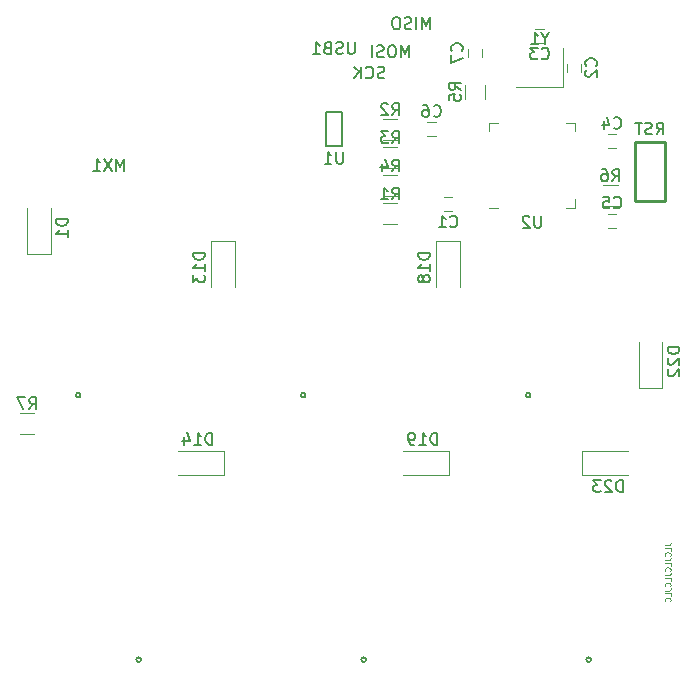
<source format=gbr>
G04 #@! TF.GenerationSoftware,KiCad,Pcbnew,(5.1.10)-1*
G04 #@! TF.CreationDate,2022-02-10T23:06:31+07:00*
G04 #@! TF.ProjectId,Satxri6key,53617478-7269-4366-9b65-792e6b696361,rev?*
G04 #@! TF.SameCoordinates,Original*
G04 #@! TF.FileFunction,Legend,Bot*
G04 #@! TF.FilePolarity,Positive*
%FSLAX45Y45*%
G04 Gerber Fmt 4.5, Leading zero omitted, Abs format (unit mm)*
G04 Created by KiCad (PCBNEW (5.1.10)-1) date 2022-02-10 23:06:31*
%MOMM*%
%LPD*%
G01*
G04 APERTURE LIST*
%ADD10C,0.125000*%
%ADD11C,0.120000*%
%ADD12C,0.250000*%
%ADD13C,0.150000*%
G04 APERTURE END LIST*
D10*
X29470428Y-13044550D02*
X29506142Y-13044550D01*
X29513285Y-13042169D01*
X29518047Y-13037407D01*
X29520428Y-13030264D01*
X29520428Y-13025502D01*
X29520428Y-13092169D02*
X29520428Y-13068359D01*
X29470428Y-13068359D01*
X29515666Y-13137407D02*
X29518047Y-13135026D01*
X29520428Y-13127883D01*
X29520428Y-13123121D01*
X29518047Y-13115978D01*
X29513285Y-13111216D01*
X29508523Y-13108835D01*
X29498999Y-13106454D01*
X29491856Y-13106454D01*
X29482332Y-13108835D01*
X29477571Y-13111216D01*
X29472809Y-13115978D01*
X29470428Y-13123121D01*
X29470428Y-13127883D01*
X29472809Y-13135026D01*
X29475190Y-13137407D01*
X29470428Y-13173121D02*
X29506142Y-13173121D01*
X29513285Y-13170740D01*
X29518047Y-13165978D01*
X29520428Y-13158835D01*
X29520428Y-13154074D01*
X29520428Y-13220740D02*
X29520428Y-13196931D01*
X29470428Y-13196931D01*
X29515666Y-13265978D02*
X29518047Y-13263597D01*
X29520428Y-13256454D01*
X29520428Y-13251693D01*
X29518047Y-13244550D01*
X29513285Y-13239788D01*
X29508523Y-13237407D01*
X29498999Y-13235026D01*
X29491856Y-13235026D01*
X29482332Y-13237407D01*
X29477571Y-13239788D01*
X29472809Y-13244550D01*
X29470428Y-13251693D01*
X29470428Y-13256454D01*
X29472809Y-13263597D01*
X29475190Y-13265978D01*
X29470428Y-13301693D02*
X29506142Y-13301693D01*
X29513285Y-13299312D01*
X29518047Y-13294550D01*
X29520428Y-13287407D01*
X29520428Y-13282645D01*
X29520428Y-13349312D02*
X29520428Y-13325502D01*
X29470428Y-13325502D01*
X29515666Y-13394550D02*
X29518047Y-13392169D01*
X29520428Y-13385026D01*
X29520428Y-13380264D01*
X29518047Y-13373121D01*
X29513285Y-13368359D01*
X29508523Y-13365978D01*
X29498999Y-13363597D01*
X29491856Y-13363597D01*
X29482332Y-13365978D01*
X29477571Y-13368359D01*
X29472809Y-13373121D01*
X29470428Y-13380264D01*
X29470428Y-13385026D01*
X29472809Y-13392169D01*
X29475190Y-13394550D01*
X29470428Y-13430264D02*
X29506142Y-13430264D01*
X29513285Y-13427883D01*
X29518047Y-13423121D01*
X29520428Y-13415978D01*
X29520428Y-13411216D01*
X29520428Y-13477883D02*
X29520428Y-13454074D01*
X29470428Y-13454074D01*
X29515666Y-13523121D02*
X29518047Y-13520740D01*
X29520428Y-13513597D01*
X29520428Y-13508835D01*
X29518047Y-13501693D01*
X29513285Y-13496931D01*
X29508523Y-13494550D01*
X29498999Y-13492169D01*
X29491856Y-13492169D01*
X29482332Y-13494550D01*
X29477571Y-13496931D01*
X29472809Y-13501693D01*
X29470428Y-13508835D01*
X29470428Y-13513597D01*
X29472809Y-13520740D01*
X29475190Y-13523121D01*
D11*
X24269789Y-10583481D02*
X24069789Y-10583481D01*
X24069789Y-10583481D02*
X24069789Y-10193481D01*
X24269789Y-10583481D02*
X24269789Y-10193481D01*
D12*
X29470029Y-9632229D02*
X29220029Y-9632229D01*
X29470029Y-10132229D02*
X29470029Y-9632229D01*
X29220029Y-10132229D02*
X29470029Y-10132229D01*
X29220029Y-9632229D02*
X29220029Y-10132229D01*
D11*
X24132850Y-11926200D02*
X24012850Y-11926200D01*
X24012850Y-12102200D02*
X24132850Y-12102200D01*
D13*
X25035000Y-14015000D02*
G75*
G03*
X25035000Y-14015000I-20000J0D01*
G01*
X26940000Y-14015000D02*
G75*
G03*
X26940000Y-14015000I-20000J0D01*
G01*
X28845000Y-14015000D02*
G75*
G03*
X28845000Y-14015000I-20000J0D01*
G01*
D11*
X28609900Y-8839300D02*
X28609900Y-9169300D01*
X28609900Y-9169300D02*
X28209900Y-9169300D01*
X28057900Y-10190800D02*
X27985400Y-10190800D01*
X28707400Y-9468800D02*
X28707400Y-9541300D01*
X28634900Y-9468800D02*
X28707400Y-9468800D01*
X27985400Y-9468800D02*
X27985400Y-9541300D01*
X28057900Y-9468800D02*
X27985400Y-9468800D01*
X28707400Y-10190800D02*
X28707400Y-10118300D01*
X28634900Y-10190800D02*
X28707400Y-10190800D01*
D13*
X26735000Y-9670000D02*
X26605000Y-9670000D01*
X26735000Y-9380000D02*
X26735000Y-9670000D01*
X26605000Y-9380000D02*
X26735000Y-9380000D01*
X26605000Y-9380000D02*
X26605000Y-9670000D01*
X28333995Y-11775509D02*
G75*
G03*
X28333995Y-11775509I-20000J0D01*
G01*
X26428995Y-11775509D02*
G75*
G03*
X26428995Y-11775509I-20000J0D01*
G01*
X24523995Y-11775509D02*
G75*
G03*
X24523995Y-11775509I-20000J0D01*
G01*
D11*
X29070000Y-9995800D02*
X28950000Y-9995800D01*
X28950000Y-10171800D02*
X29070000Y-10171800D01*
X27775800Y-9147500D02*
X27775800Y-9267500D01*
X27951800Y-9267500D02*
X27951800Y-9147500D01*
X27086250Y-10089250D02*
X27206250Y-10089250D01*
X27206250Y-9913250D02*
X27086250Y-9913250D01*
X27206250Y-9675125D02*
X27086250Y-9675125D01*
X27086250Y-9851125D02*
X27206250Y-9851125D01*
X27206250Y-9437000D02*
X27086250Y-9437000D01*
X27086250Y-9613000D02*
X27206250Y-9613000D01*
X27206250Y-10151375D02*
X27086250Y-10151375D01*
X27086250Y-10327375D02*
X27206250Y-10327375D01*
X28766840Y-12449480D02*
X29156840Y-12449480D01*
X28766840Y-12249480D02*
X29156840Y-12249480D01*
X28766840Y-12449480D02*
X28766840Y-12249480D01*
X29449029Y-11714579D02*
X29449029Y-11324579D01*
X29249029Y-11714579D02*
X29249029Y-11324579D01*
X29449029Y-11714579D02*
X29249029Y-11714579D01*
X27646840Y-12249480D02*
X27256840Y-12249480D01*
X27646840Y-12449480D02*
X27256840Y-12449480D01*
X27646840Y-12249480D02*
X27646840Y-12449480D01*
X27535200Y-10468400D02*
X27535200Y-10858400D01*
X27735200Y-10468400D02*
X27735200Y-10858400D01*
X27535200Y-10468400D02*
X27735200Y-10468400D01*
X25741840Y-12249480D02*
X25351840Y-12249480D01*
X25741840Y-12449480D02*
X25351840Y-12449480D01*
X25741840Y-12249480D02*
X25741840Y-12449480D01*
X25630200Y-10468400D02*
X25630200Y-10858400D01*
X25830200Y-10468400D02*
X25830200Y-10858400D01*
X25630200Y-10468400D02*
X25830200Y-10468400D01*
X27803800Y-8842300D02*
X27803800Y-8912300D01*
X27923800Y-8912300D02*
X27923800Y-8842300D01*
X27530500Y-9465000D02*
X27460500Y-9465000D01*
X27460500Y-9585000D02*
X27530500Y-9585000D01*
X29057700Y-10239700D02*
X28987700Y-10239700D01*
X28987700Y-10359700D02*
X29057700Y-10359700D01*
X29057700Y-9566600D02*
X28987700Y-9566600D01*
X28987700Y-9686600D02*
X29057700Y-9686600D01*
X28444900Y-8677600D02*
X28374900Y-8677600D01*
X28374900Y-8797600D02*
X28444900Y-8797600D01*
X28762000Y-9039300D02*
X28762000Y-8969300D01*
X28642000Y-8969300D02*
X28642000Y-9039300D01*
X27600200Y-10220000D02*
X27670200Y-10220000D01*
X27670200Y-10100000D02*
X27600200Y-10100000D01*
D13*
X24893675Y-9875078D02*
X24893675Y-9775078D01*
X24860342Y-9846507D01*
X24827009Y-9775078D01*
X24827009Y-9875078D01*
X24788913Y-9775078D02*
X24722247Y-9875078D01*
X24722247Y-9775078D02*
X24788913Y-9875078D01*
X24631771Y-9875078D02*
X24688913Y-9875078D01*
X24660342Y-9875078D02*
X24660342Y-9775078D01*
X24669866Y-9789364D01*
X24679390Y-9798888D01*
X24688913Y-9803650D01*
X24415027Y-10284671D02*
X24315027Y-10284671D01*
X24315027Y-10308481D01*
X24319789Y-10322767D01*
X24329313Y-10332291D01*
X24338837Y-10337052D01*
X24357884Y-10341814D01*
X24372170Y-10341814D01*
X24391217Y-10337052D01*
X24400741Y-10332291D01*
X24410265Y-10322767D01*
X24415027Y-10308481D01*
X24415027Y-10284671D01*
X24415027Y-10437052D02*
X24415027Y-10379910D01*
X24415027Y-10408481D02*
X24315027Y-10408481D01*
X24329313Y-10398957D01*
X24338837Y-10389433D01*
X24343598Y-10379910D01*
X27482101Y-8677306D02*
X27482101Y-8577306D01*
X27448768Y-8648734D01*
X27415435Y-8577306D01*
X27415435Y-8677306D01*
X27367816Y-8677306D02*
X27367816Y-8577306D01*
X27324958Y-8672544D02*
X27310673Y-8677306D01*
X27286863Y-8677306D01*
X27277339Y-8672544D01*
X27272577Y-8667782D01*
X27267816Y-8658258D01*
X27267816Y-8648734D01*
X27272577Y-8639210D01*
X27277339Y-8634448D01*
X27286863Y-8629687D01*
X27305911Y-8624925D01*
X27315435Y-8620163D01*
X27320196Y-8615401D01*
X27324958Y-8605877D01*
X27324958Y-8596353D01*
X27320196Y-8586829D01*
X27315435Y-8582068D01*
X27305911Y-8577306D01*
X27282101Y-8577306D01*
X27267816Y-8582068D01*
X27205911Y-8577306D02*
X27186863Y-8577306D01*
X27177339Y-8582068D01*
X27167816Y-8591591D01*
X27163054Y-8610639D01*
X27163054Y-8643972D01*
X27167816Y-8663020D01*
X27177339Y-8672544D01*
X27186863Y-8677306D01*
X27205911Y-8677306D01*
X27215435Y-8672544D01*
X27224958Y-8663020D01*
X27229720Y-8643972D01*
X27229720Y-8610639D01*
X27224958Y-8591591D01*
X27215435Y-8582068D01*
X27205911Y-8577306D01*
X27096341Y-9089264D02*
X27082055Y-9094026D01*
X27058246Y-9094026D01*
X27048722Y-9089264D01*
X27043960Y-9084502D01*
X27039198Y-9074978D01*
X27039198Y-9065455D01*
X27043960Y-9055931D01*
X27048722Y-9051169D01*
X27058246Y-9046407D01*
X27077293Y-9041645D01*
X27086817Y-9036883D01*
X27091579Y-9032121D01*
X27096341Y-9022598D01*
X27096341Y-9013074D01*
X27091579Y-9003550D01*
X27086817Y-8998788D01*
X27077293Y-8994026D01*
X27053484Y-8994026D01*
X27039198Y-8998788D01*
X26939198Y-9084502D02*
X26943960Y-9089264D01*
X26958246Y-9094026D01*
X26967769Y-9094026D01*
X26982055Y-9089264D01*
X26991579Y-9079740D01*
X26996341Y-9070217D01*
X27001103Y-9051169D01*
X27001103Y-9036883D01*
X26996341Y-9017836D01*
X26991579Y-9008312D01*
X26982055Y-8998788D01*
X26967769Y-8994026D01*
X26958246Y-8994026D01*
X26943960Y-8998788D01*
X26939198Y-9003550D01*
X26896341Y-9094026D02*
X26896341Y-8994026D01*
X26839198Y-9094026D02*
X26882055Y-9036883D01*
X26839198Y-8994026D02*
X26896341Y-9051169D01*
X27303507Y-8915432D02*
X27303507Y-8815432D01*
X27270173Y-8886860D01*
X27236840Y-8815432D01*
X27236840Y-8915432D01*
X27170173Y-8815432D02*
X27151126Y-8815432D01*
X27141602Y-8820194D01*
X27132078Y-8829717D01*
X27127316Y-8848765D01*
X27127316Y-8882098D01*
X27132078Y-8901146D01*
X27141602Y-8910670D01*
X27151126Y-8915432D01*
X27170173Y-8915432D01*
X27179697Y-8910670D01*
X27189221Y-8901146D01*
X27193983Y-8882098D01*
X27193983Y-8848765D01*
X27189221Y-8829717D01*
X27179697Y-8820194D01*
X27170173Y-8815432D01*
X27089221Y-8910670D02*
X27074935Y-8915432D01*
X27051126Y-8915432D01*
X27041602Y-8910670D01*
X27036840Y-8905908D01*
X27032078Y-8896384D01*
X27032078Y-8886860D01*
X27036840Y-8877336D01*
X27041602Y-8872574D01*
X27051126Y-8867813D01*
X27070173Y-8863051D01*
X27079697Y-8858289D01*
X27084459Y-8853527D01*
X27089221Y-8844003D01*
X27089221Y-8834479D01*
X27084459Y-8824955D01*
X27079697Y-8820194D01*
X27070173Y-8815432D01*
X27046364Y-8815432D01*
X27032078Y-8820194D01*
X26989221Y-8915432D02*
X26989221Y-8815432D01*
X29400031Y-9567847D02*
X29433365Y-9520228D01*
X29457174Y-9567847D02*
X29457174Y-9467847D01*
X29419079Y-9467847D01*
X29409555Y-9472609D01*
X29404793Y-9477371D01*
X29400031Y-9486895D01*
X29400031Y-9501180D01*
X29404793Y-9510704D01*
X29409555Y-9515466D01*
X29419079Y-9520228D01*
X29457174Y-9520228D01*
X29361936Y-9563085D02*
X29347650Y-9567847D01*
X29323841Y-9567847D01*
X29314317Y-9563085D01*
X29309555Y-9558323D01*
X29304793Y-9548799D01*
X29304793Y-9539276D01*
X29309555Y-9529752D01*
X29314317Y-9524990D01*
X29323841Y-9520228D01*
X29342888Y-9515466D01*
X29352412Y-9510704D01*
X29357174Y-9505942D01*
X29361936Y-9496419D01*
X29361936Y-9486895D01*
X29357174Y-9477371D01*
X29352412Y-9472609D01*
X29342888Y-9467847D01*
X29319079Y-9467847D01*
X29304793Y-9472609D01*
X29276222Y-9467847D02*
X29219079Y-9467847D01*
X29247650Y-9567847D02*
X29247650Y-9467847D01*
X24089517Y-11894438D02*
X24122850Y-11846819D01*
X24146659Y-11894438D02*
X24146659Y-11794438D01*
X24108564Y-11794438D01*
X24099040Y-11799200D01*
X24094278Y-11803962D01*
X24089517Y-11813486D01*
X24089517Y-11827771D01*
X24094278Y-11837295D01*
X24099040Y-11842057D01*
X24108564Y-11846819D01*
X24146659Y-11846819D01*
X24056183Y-11794438D02*
X23989517Y-11794438D01*
X24032374Y-11894438D01*
X28457519Y-8756919D02*
X28457519Y-8804538D01*
X28490852Y-8704538D02*
X28457519Y-8756919D01*
X28424186Y-8704538D01*
X28338471Y-8804538D02*
X28395614Y-8804538D01*
X28367043Y-8804538D02*
X28367043Y-8704538D01*
X28376567Y-8718824D01*
X28386090Y-8728348D01*
X28395614Y-8733110D01*
X26843921Y-8787928D02*
X26843921Y-8868880D01*
X26839160Y-8878404D01*
X26834398Y-8883166D01*
X26824874Y-8887928D01*
X26805826Y-8887928D01*
X26796302Y-8883166D01*
X26791540Y-8878404D01*
X26786779Y-8868880D01*
X26786779Y-8787928D01*
X26743921Y-8883166D02*
X26729636Y-8887928D01*
X26705826Y-8887928D01*
X26696302Y-8883166D01*
X26691540Y-8878404D01*
X26686779Y-8868880D01*
X26686779Y-8859356D01*
X26691540Y-8849832D01*
X26696302Y-8845070D01*
X26705826Y-8840309D01*
X26724874Y-8835547D01*
X26734398Y-8830785D01*
X26739160Y-8826023D01*
X26743921Y-8816499D01*
X26743921Y-8806975D01*
X26739160Y-8797451D01*
X26734398Y-8792690D01*
X26724874Y-8787928D01*
X26701064Y-8787928D01*
X26686779Y-8792690D01*
X26610588Y-8835547D02*
X26596302Y-8840309D01*
X26591540Y-8845070D01*
X26586779Y-8854594D01*
X26586779Y-8868880D01*
X26591540Y-8878404D01*
X26596302Y-8883166D01*
X26605826Y-8887928D01*
X26643921Y-8887928D01*
X26643921Y-8787928D01*
X26610588Y-8787928D01*
X26601064Y-8792690D01*
X26596302Y-8797451D01*
X26591540Y-8806975D01*
X26591540Y-8816499D01*
X26596302Y-8826023D01*
X26601064Y-8830785D01*
X26610588Y-8835547D01*
X26643921Y-8835547D01*
X26491540Y-8887928D02*
X26548683Y-8887928D01*
X26520112Y-8887928D02*
X26520112Y-8787928D01*
X26529636Y-8802213D01*
X26539160Y-8811737D01*
X26548683Y-8816499D01*
X28422590Y-10257038D02*
X28422590Y-10337990D01*
X28417828Y-10347514D01*
X28413067Y-10352276D01*
X28403543Y-10357038D01*
X28384495Y-10357038D01*
X28374971Y-10352276D01*
X28370209Y-10347514D01*
X28365448Y-10337990D01*
X28365448Y-10257038D01*
X28322590Y-10266562D02*
X28317828Y-10261800D01*
X28308305Y-10257038D01*
X28284495Y-10257038D01*
X28274971Y-10261800D01*
X28270209Y-10266562D01*
X28265448Y-10276086D01*
X28265448Y-10285610D01*
X28270209Y-10299895D01*
X28327352Y-10357038D01*
X28265448Y-10357038D01*
X26746190Y-9715238D02*
X26746190Y-9796190D01*
X26741428Y-9805714D01*
X26736667Y-9810476D01*
X26727143Y-9815238D01*
X26708095Y-9815238D01*
X26698571Y-9810476D01*
X26693809Y-9805714D01*
X26689048Y-9796190D01*
X26689048Y-9715238D01*
X26589048Y-9815238D02*
X26646190Y-9815238D01*
X26617619Y-9815238D02*
X26617619Y-9715238D01*
X26627143Y-9729524D01*
X26636667Y-9739048D01*
X26646190Y-9743810D01*
X29026667Y-9964038D02*
X29060000Y-9916419D01*
X29083809Y-9964038D02*
X29083809Y-9864038D01*
X29045714Y-9864038D01*
X29036190Y-9868800D01*
X29031428Y-9873562D01*
X29026667Y-9883086D01*
X29026667Y-9897371D01*
X29031428Y-9906895D01*
X29036190Y-9911657D01*
X29045714Y-9916419D01*
X29083809Y-9916419D01*
X28940952Y-9864038D02*
X28960000Y-9864038D01*
X28969524Y-9868800D01*
X28974286Y-9873562D01*
X28983809Y-9887848D01*
X28988571Y-9906895D01*
X28988571Y-9944990D01*
X28983809Y-9954514D01*
X28979048Y-9959276D01*
X28969524Y-9964038D01*
X28950476Y-9964038D01*
X28940952Y-9959276D01*
X28936190Y-9954514D01*
X28931428Y-9944990D01*
X28931428Y-9921181D01*
X28936190Y-9911657D01*
X28940952Y-9906895D01*
X28950476Y-9902133D01*
X28969524Y-9902133D01*
X28979048Y-9906895D01*
X28983809Y-9911657D01*
X28988571Y-9921181D01*
X27744038Y-9190833D02*
X27696419Y-9157500D01*
X27744038Y-9133690D02*
X27644038Y-9133690D01*
X27644038Y-9171786D01*
X27648800Y-9181310D01*
X27653562Y-9186071D01*
X27663086Y-9190833D01*
X27677371Y-9190833D01*
X27686895Y-9186071D01*
X27691657Y-9181310D01*
X27696419Y-9171786D01*
X27696419Y-9133690D01*
X27644038Y-9281310D02*
X27644038Y-9233690D01*
X27691657Y-9228929D01*
X27686895Y-9233690D01*
X27682133Y-9243214D01*
X27682133Y-9267024D01*
X27686895Y-9276548D01*
X27691657Y-9281310D01*
X27701181Y-9286071D01*
X27724990Y-9286071D01*
X27734514Y-9281310D01*
X27739276Y-9276548D01*
X27744038Y-9267024D01*
X27744038Y-9243214D01*
X27739276Y-9233690D01*
X27734514Y-9228929D01*
X27162917Y-9881488D02*
X27196250Y-9833869D01*
X27220059Y-9881488D02*
X27220059Y-9781488D01*
X27181964Y-9781488D01*
X27172440Y-9786250D01*
X27167678Y-9791012D01*
X27162917Y-9800536D01*
X27162917Y-9814821D01*
X27167678Y-9824345D01*
X27172440Y-9829107D01*
X27181964Y-9833869D01*
X27220059Y-9833869D01*
X27077202Y-9814821D02*
X27077202Y-9881488D01*
X27101012Y-9776726D02*
X27124821Y-9848155D01*
X27062917Y-9848155D01*
X27162917Y-9643363D02*
X27196250Y-9595744D01*
X27220059Y-9643363D02*
X27220059Y-9543363D01*
X27181964Y-9543363D01*
X27172440Y-9548125D01*
X27167678Y-9552887D01*
X27162917Y-9562411D01*
X27162917Y-9576696D01*
X27167678Y-9586220D01*
X27172440Y-9590982D01*
X27181964Y-9595744D01*
X27220059Y-9595744D01*
X27129583Y-9543363D02*
X27067678Y-9543363D01*
X27101012Y-9581458D01*
X27086726Y-9581458D01*
X27077202Y-9586220D01*
X27072440Y-9590982D01*
X27067678Y-9600506D01*
X27067678Y-9624315D01*
X27072440Y-9633839D01*
X27077202Y-9638601D01*
X27086726Y-9643363D01*
X27115298Y-9643363D01*
X27124821Y-9638601D01*
X27129583Y-9633839D01*
X27162917Y-9405238D02*
X27196250Y-9357619D01*
X27220059Y-9405238D02*
X27220059Y-9305238D01*
X27181964Y-9305238D01*
X27172440Y-9310000D01*
X27167678Y-9314762D01*
X27162917Y-9324286D01*
X27162917Y-9338571D01*
X27167678Y-9348095D01*
X27172440Y-9352857D01*
X27181964Y-9357619D01*
X27220059Y-9357619D01*
X27124821Y-9314762D02*
X27120059Y-9310000D01*
X27110536Y-9305238D01*
X27086726Y-9305238D01*
X27077202Y-9310000D01*
X27072440Y-9314762D01*
X27067678Y-9324286D01*
X27067678Y-9333810D01*
X27072440Y-9348095D01*
X27129583Y-9405238D01*
X27067678Y-9405238D01*
X27162917Y-10119613D02*
X27196250Y-10071994D01*
X27220059Y-10119613D02*
X27220059Y-10019613D01*
X27181964Y-10019613D01*
X27172440Y-10024375D01*
X27167678Y-10029137D01*
X27162917Y-10038661D01*
X27162917Y-10052946D01*
X27167678Y-10062470D01*
X27172440Y-10067232D01*
X27181964Y-10071994D01*
X27220059Y-10071994D01*
X27067678Y-10119613D02*
X27124821Y-10119613D01*
X27096250Y-10119613D02*
X27096250Y-10019613D01*
X27105774Y-10033899D01*
X27115298Y-10043423D01*
X27124821Y-10048185D01*
X29113268Y-12594718D02*
X29113268Y-12494718D01*
X29089459Y-12494718D01*
X29075173Y-12499480D01*
X29065649Y-12509004D01*
X29060888Y-12518528D01*
X29056126Y-12537575D01*
X29056126Y-12551861D01*
X29060888Y-12570908D01*
X29065649Y-12580432D01*
X29075173Y-12589956D01*
X29089459Y-12594718D01*
X29113268Y-12594718D01*
X29018030Y-12504242D02*
X29013268Y-12499480D01*
X29003745Y-12494718D01*
X28979935Y-12494718D01*
X28970411Y-12499480D01*
X28965649Y-12504242D01*
X28960888Y-12513766D01*
X28960888Y-12523289D01*
X28965649Y-12537575D01*
X29022792Y-12594718D01*
X28960888Y-12594718D01*
X28927554Y-12494718D02*
X28865649Y-12494718D01*
X28898983Y-12532813D01*
X28884697Y-12532813D01*
X28875173Y-12537575D01*
X28870411Y-12542337D01*
X28865649Y-12551861D01*
X28865649Y-12575670D01*
X28870411Y-12585194D01*
X28875173Y-12589956D01*
X28884697Y-12594718D01*
X28913268Y-12594718D01*
X28922792Y-12589956D01*
X28927554Y-12585194D01*
X29594267Y-11368151D02*
X29494267Y-11368151D01*
X29494267Y-11391960D01*
X29499029Y-11406246D01*
X29508553Y-11415770D01*
X29518077Y-11420532D01*
X29537125Y-11425294D01*
X29551410Y-11425294D01*
X29570458Y-11420532D01*
X29579982Y-11415770D01*
X29589506Y-11406246D01*
X29594267Y-11391960D01*
X29594267Y-11368151D01*
X29503791Y-11463389D02*
X29499029Y-11468151D01*
X29494267Y-11477675D01*
X29494267Y-11501484D01*
X29499029Y-11511008D01*
X29503791Y-11515770D01*
X29513315Y-11520532D01*
X29522839Y-11520532D01*
X29537125Y-11515770D01*
X29594267Y-11458627D01*
X29594267Y-11520532D01*
X29503791Y-11558627D02*
X29499029Y-11563389D01*
X29494267Y-11572913D01*
X29494267Y-11596722D01*
X29499029Y-11606246D01*
X29503791Y-11611008D01*
X29513315Y-11615770D01*
X29522839Y-11615770D01*
X29537125Y-11611008D01*
X29594267Y-11553865D01*
X29594267Y-11615770D01*
X27543268Y-12194718D02*
X27543268Y-12094718D01*
X27519459Y-12094718D01*
X27505173Y-12099480D01*
X27495649Y-12109004D01*
X27490888Y-12118528D01*
X27486126Y-12137575D01*
X27486126Y-12151861D01*
X27490888Y-12170908D01*
X27495649Y-12180432D01*
X27505173Y-12189956D01*
X27519459Y-12194718D01*
X27543268Y-12194718D01*
X27390888Y-12194718D02*
X27448030Y-12194718D01*
X27419459Y-12194718D02*
X27419459Y-12094718D01*
X27428983Y-12109004D01*
X27438507Y-12118528D01*
X27448030Y-12123289D01*
X27343268Y-12194718D02*
X27324221Y-12194718D01*
X27314697Y-12189956D01*
X27309935Y-12185194D01*
X27300411Y-12170908D01*
X27295649Y-12151861D01*
X27295649Y-12113766D01*
X27300411Y-12104242D01*
X27305173Y-12099480D01*
X27314697Y-12094718D01*
X27333745Y-12094718D01*
X27343268Y-12099480D01*
X27348030Y-12104242D01*
X27352792Y-12113766D01*
X27352792Y-12137575D01*
X27348030Y-12147099D01*
X27343268Y-12151861D01*
X27333745Y-12156623D01*
X27314697Y-12156623D01*
X27305173Y-12151861D01*
X27300411Y-12147099D01*
X27295649Y-12137575D01*
X27480438Y-10571971D02*
X27380438Y-10571971D01*
X27380438Y-10595781D01*
X27385200Y-10610067D01*
X27394724Y-10619590D01*
X27404248Y-10624352D01*
X27423295Y-10629114D01*
X27437581Y-10629114D01*
X27456628Y-10624352D01*
X27466152Y-10619590D01*
X27475676Y-10610067D01*
X27480438Y-10595781D01*
X27480438Y-10571971D01*
X27480438Y-10724352D02*
X27480438Y-10667210D01*
X27480438Y-10695781D02*
X27380438Y-10695781D01*
X27394724Y-10686257D01*
X27404248Y-10676733D01*
X27409009Y-10667210D01*
X27423295Y-10781495D02*
X27418533Y-10771971D01*
X27413771Y-10767210D01*
X27404248Y-10762448D01*
X27399486Y-10762448D01*
X27389962Y-10767210D01*
X27385200Y-10771971D01*
X27380438Y-10781495D01*
X27380438Y-10800543D01*
X27385200Y-10810067D01*
X27389962Y-10814829D01*
X27399486Y-10819590D01*
X27404248Y-10819590D01*
X27413771Y-10814829D01*
X27418533Y-10810067D01*
X27423295Y-10800543D01*
X27423295Y-10781495D01*
X27428057Y-10771971D01*
X27432819Y-10767210D01*
X27442343Y-10762448D01*
X27461390Y-10762448D01*
X27470914Y-10767210D01*
X27475676Y-10771971D01*
X27480438Y-10781495D01*
X27480438Y-10800543D01*
X27475676Y-10810067D01*
X27470914Y-10814829D01*
X27461390Y-10819590D01*
X27442343Y-10819590D01*
X27432819Y-10814829D01*
X27428057Y-10810067D01*
X27423295Y-10800543D01*
X25638268Y-12194718D02*
X25638268Y-12094718D01*
X25614459Y-12094718D01*
X25600173Y-12099480D01*
X25590649Y-12109004D01*
X25585888Y-12118528D01*
X25581126Y-12137575D01*
X25581126Y-12151861D01*
X25585888Y-12170908D01*
X25590649Y-12180432D01*
X25600173Y-12189956D01*
X25614459Y-12194718D01*
X25638268Y-12194718D01*
X25485888Y-12194718D02*
X25543030Y-12194718D01*
X25514459Y-12194718D02*
X25514459Y-12094718D01*
X25523983Y-12109004D01*
X25533507Y-12118528D01*
X25543030Y-12123289D01*
X25400173Y-12128051D02*
X25400173Y-12194718D01*
X25423983Y-12089956D02*
X25447792Y-12161385D01*
X25385888Y-12161385D01*
X25575438Y-10571971D02*
X25475438Y-10571971D01*
X25475438Y-10595781D01*
X25480200Y-10610067D01*
X25489724Y-10619590D01*
X25499248Y-10624352D01*
X25518295Y-10629114D01*
X25532581Y-10629114D01*
X25551628Y-10624352D01*
X25561152Y-10619590D01*
X25570676Y-10610067D01*
X25575438Y-10595781D01*
X25575438Y-10571971D01*
X25575438Y-10724352D02*
X25575438Y-10667210D01*
X25575438Y-10695781D02*
X25475438Y-10695781D01*
X25489724Y-10686257D01*
X25499248Y-10676733D01*
X25504009Y-10667210D01*
X25475438Y-10757686D02*
X25475438Y-10819590D01*
X25513533Y-10786257D01*
X25513533Y-10800543D01*
X25518295Y-10810067D01*
X25523057Y-10814829D01*
X25532581Y-10819590D01*
X25556390Y-10819590D01*
X25565914Y-10814829D01*
X25570676Y-10810067D01*
X25575438Y-10800543D01*
X25575438Y-10771971D01*
X25570676Y-10762448D01*
X25565914Y-10757686D01*
X27749514Y-8860633D02*
X27754276Y-8855871D01*
X27759038Y-8841586D01*
X27759038Y-8832062D01*
X27754276Y-8817776D01*
X27744752Y-8808252D01*
X27735228Y-8803490D01*
X27716181Y-8798729D01*
X27701895Y-8798729D01*
X27682848Y-8803490D01*
X27673324Y-8808252D01*
X27663800Y-8817776D01*
X27659038Y-8832062D01*
X27659038Y-8841586D01*
X27663800Y-8855871D01*
X27668562Y-8860633D01*
X27659038Y-8893967D02*
X27659038Y-8960633D01*
X27759038Y-8917776D01*
X27512167Y-9410714D02*
X27516928Y-9415476D01*
X27531214Y-9420238D01*
X27540738Y-9420238D01*
X27555024Y-9415476D01*
X27564548Y-9405952D01*
X27569309Y-9396429D01*
X27574071Y-9377381D01*
X27574071Y-9363095D01*
X27569309Y-9344048D01*
X27564548Y-9334524D01*
X27555024Y-9325000D01*
X27540738Y-9320238D01*
X27531214Y-9320238D01*
X27516928Y-9325000D01*
X27512167Y-9329762D01*
X27426452Y-9320238D02*
X27445500Y-9320238D01*
X27455024Y-9325000D01*
X27459786Y-9329762D01*
X27469309Y-9344048D01*
X27474071Y-9363095D01*
X27474071Y-9401190D01*
X27469309Y-9410714D01*
X27464548Y-9415476D01*
X27455024Y-9420238D01*
X27435976Y-9420238D01*
X27426452Y-9415476D01*
X27421690Y-9410714D01*
X27416928Y-9401190D01*
X27416928Y-9377381D01*
X27421690Y-9367857D01*
X27426452Y-9363095D01*
X27435976Y-9358333D01*
X27455024Y-9358333D01*
X27464548Y-9363095D01*
X27469309Y-9367857D01*
X27474071Y-9377381D01*
X29039367Y-10185414D02*
X29044128Y-10190176D01*
X29058414Y-10194938D01*
X29067938Y-10194938D01*
X29082224Y-10190176D01*
X29091748Y-10180652D01*
X29096509Y-10171129D01*
X29101271Y-10152081D01*
X29101271Y-10137795D01*
X29096509Y-10118748D01*
X29091748Y-10109224D01*
X29082224Y-10099700D01*
X29067938Y-10094938D01*
X29058414Y-10094938D01*
X29044128Y-10099700D01*
X29039367Y-10104462D01*
X28948890Y-10094938D02*
X28996509Y-10094938D01*
X29001271Y-10142557D01*
X28996509Y-10137795D01*
X28986986Y-10133033D01*
X28963176Y-10133033D01*
X28953652Y-10137795D01*
X28948890Y-10142557D01*
X28944128Y-10152081D01*
X28944128Y-10175890D01*
X28948890Y-10185414D01*
X28953652Y-10190176D01*
X28963176Y-10194938D01*
X28986986Y-10194938D01*
X28996509Y-10190176D01*
X29001271Y-10185414D01*
X29039367Y-9512314D02*
X29044128Y-9517076D01*
X29058414Y-9521838D01*
X29067938Y-9521838D01*
X29082224Y-9517076D01*
X29091748Y-9507552D01*
X29096509Y-9498029D01*
X29101271Y-9478981D01*
X29101271Y-9464695D01*
X29096509Y-9445648D01*
X29091748Y-9436124D01*
X29082224Y-9426600D01*
X29067938Y-9421838D01*
X29058414Y-9421838D01*
X29044128Y-9426600D01*
X29039367Y-9431362D01*
X28953652Y-9455171D02*
X28953652Y-9521838D01*
X28977462Y-9417076D02*
X29001271Y-9488505D01*
X28939367Y-9488505D01*
X28426567Y-8923314D02*
X28431328Y-8928076D01*
X28445614Y-8932838D01*
X28455138Y-8932838D01*
X28469424Y-8928076D01*
X28478948Y-8918552D01*
X28483709Y-8909029D01*
X28488471Y-8889981D01*
X28488471Y-8875695D01*
X28483709Y-8856648D01*
X28478948Y-8847124D01*
X28469424Y-8837600D01*
X28455138Y-8832838D01*
X28445614Y-8832838D01*
X28431328Y-8837600D01*
X28426567Y-8842362D01*
X28393233Y-8832838D02*
X28331328Y-8832838D01*
X28364662Y-8870933D01*
X28350376Y-8870933D01*
X28340852Y-8875695D01*
X28336090Y-8880457D01*
X28331328Y-8889981D01*
X28331328Y-8913790D01*
X28336090Y-8923314D01*
X28340852Y-8928076D01*
X28350376Y-8932838D01*
X28378948Y-8932838D01*
X28388471Y-8928076D01*
X28393233Y-8923314D01*
X28887714Y-8987633D02*
X28892476Y-8982871D01*
X28897238Y-8968586D01*
X28897238Y-8959062D01*
X28892476Y-8944776D01*
X28882952Y-8935252D01*
X28873428Y-8930490D01*
X28854381Y-8925729D01*
X28840095Y-8925729D01*
X28821048Y-8930490D01*
X28811524Y-8935252D01*
X28802000Y-8944776D01*
X28797238Y-8959062D01*
X28797238Y-8968586D01*
X28802000Y-8982871D01*
X28806762Y-8987633D01*
X28806762Y-9025729D02*
X28802000Y-9030490D01*
X28797238Y-9040014D01*
X28797238Y-9063824D01*
X28802000Y-9073348D01*
X28806762Y-9078110D01*
X28816286Y-9082871D01*
X28825809Y-9082871D01*
X28840095Y-9078110D01*
X28897238Y-9020967D01*
X28897238Y-9082871D01*
X27651867Y-10345714D02*
X27656628Y-10350476D01*
X27670914Y-10355238D01*
X27680438Y-10355238D01*
X27694724Y-10350476D01*
X27704248Y-10340952D01*
X27709009Y-10331429D01*
X27713771Y-10312381D01*
X27713771Y-10298095D01*
X27709009Y-10279048D01*
X27704248Y-10269524D01*
X27694724Y-10260000D01*
X27680438Y-10255238D01*
X27670914Y-10255238D01*
X27656628Y-10260000D01*
X27651867Y-10264762D01*
X27556628Y-10355238D02*
X27613771Y-10355238D01*
X27585200Y-10355238D02*
X27585200Y-10255238D01*
X27594724Y-10269524D01*
X27604248Y-10279048D01*
X27613771Y-10283810D01*
M02*

</source>
